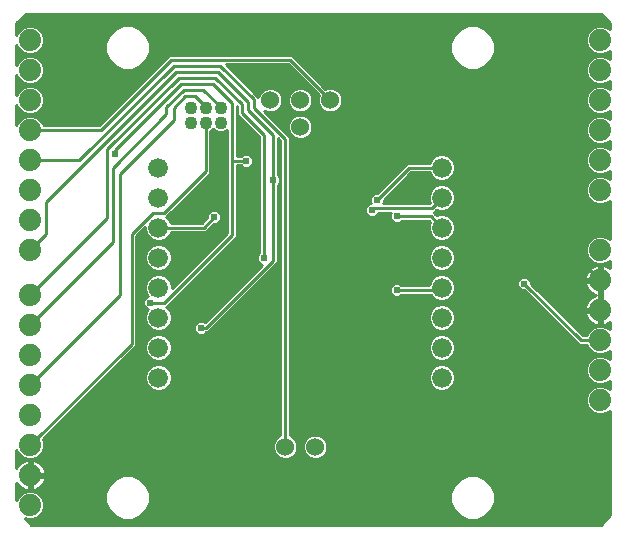
<source format=gbl>
G75*
G70*
%OFA0B0*%
%FSLAX24Y24*%
%IPPOS*%
%LPD*%
%AMOC8*
5,1,8,0,0,1.08239X$1,22.5*
%
%ADD10C,0.0660*%
%ADD11C,0.0433*%
%ADD12C,0.0602*%
%ADD13C,0.0740*%
%ADD14C,0.0100*%
%ADD15C,0.0240*%
D10*
X005776Y005750D03*
X005776Y006750D03*
X005776Y007750D03*
X005776Y008750D03*
X005776Y009750D03*
X005776Y010750D03*
X005776Y011750D03*
X005776Y012750D03*
X015224Y012750D03*
X015224Y011750D03*
X015224Y010750D03*
X015224Y009750D03*
X015224Y008750D03*
X015224Y007750D03*
X015224Y006750D03*
X015224Y005750D03*
D11*
X007848Y014250D03*
X007348Y014250D03*
X006848Y014250D03*
X006848Y014750D03*
X007348Y014750D03*
X007848Y014750D03*
D12*
X009500Y015000D03*
X010500Y015000D03*
X010500Y014105D03*
X011500Y015000D03*
X011000Y003440D03*
X010000Y003440D03*
D13*
X001500Y003500D03*
X001500Y004500D03*
X001500Y005500D03*
X001500Y006500D03*
X001500Y007500D03*
X001500Y008500D03*
X001500Y010000D03*
X001500Y011000D03*
X001500Y012000D03*
X001500Y013000D03*
X001500Y014000D03*
X001500Y015000D03*
X001500Y016000D03*
X001500Y017000D03*
X001500Y002500D03*
X001500Y001500D03*
X020500Y005000D03*
X020500Y006000D03*
X020500Y007000D03*
X020500Y008000D03*
X020500Y009000D03*
X020500Y010000D03*
X020500Y012000D03*
X020500Y013000D03*
X020500Y014000D03*
X020500Y015000D03*
X020500Y016000D03*
X020500Y017000D03*
D14*
X001405Y001020D02*
X001322Y001054D01*
X001544Y000847D01*
X020517Y000847D01*
X020822Y001153D01*
X020822Y004644D01*
X020772Y004593D01*
X020595Y004520D01*
X020405Y004520D01*
X020228Y004593D01*
X020093Y004728D01*
X020020Y004905D01*
X020020Y005095D01*
X020093Y005272D01*
X020228Y005407D01*
X020405Y005480D01*
X020595Y005480D01*
X020772Y005407D01*
X020822Y005356D01*
X020822Y005644D01*
X020772Y005593D01*
X020595Y005520D01*
X020405Y005520D01*
X020228Y005593D01*
X020093Y005728D01*
X020020Y005905D01*
X020020Y006095D01*
X020093Y006272D01*
X020228Y006407D01*
X020405Y006480D01*
X020595Y006480D01*
X020772Y006407D01*
X020822Y006356D01*
X020822Y006644D01*
X020772Y006593D01*
X020595Y006520D01*
X020405Y006520D01*
X020228Y006593D01*
X020093Y006728D01*
X020047Y006840D01*
X019781Y006840D01*
X017967Y008654D01*
X017868Y008654D01*
X017733Y008789D01*
X017733Y008980D01*
X017868Y009114D01*
X018058Y009114D01*
X018193Y008980D01*
X018193Y008881D01*
X019914Y007160D01*
X020047Y007160D01*
X020093Y007272D01*
X020228Y007407D01*
X020405Y007480D01*
X020595Y007480D01*
X020772Y007407D01*
X020822Y007356D01*
X020822Y007592D01*
X020773Y007555D01*
X020700Y007518D01*
X020622Y007493D01*
X020550Y007481D01*
X020550Y007950D01*
X020450Y007950D01*
X020450Y007481D01*
X020378Y007493D01*
X020300Y007518D01*
X020227Y007555D01*
X020161Y007603D01*
X020103Y007661D01*
X020055Y007727D01*
X020018Y007800D01*
X019993Y007878D01*
X019981Y007950D01*
X020450Y007950D01*
X020450Y008050D01*
X020450Y008950D01*
X020550Y008950D01*
X020550Y008481D01*
X020550Y008050D01*
X020450Y008050D01*
X019981Y008050D01*
X019993Y008122D01*
X020018Y008200D01*
X020055Y008273D01*
X020103Y008339D01*
X020161Y008397D01*
X020227Y008445D01*
X020300Y008482D01*
X020356Y008500D01*
X020300Y008518D01*
X020227Y008555D01*
X020161Y008603D01*
X020103Y008661D01*
X020055Y008727D01*
X020018Y008800D01*
X019993Y008878D01*
X019981Y008950D01*
X020450Y008950D01*
X020450Y009050D01*
X020450Y009519D01*
X020378Y009507D01*
X020300Y009482D01*
X020227Y009445D01*
X020161Y009397D01*
X020103Y009339D01*
X020055Y009273D01*
X020018Y009200D01*
X019993Y009122D01*
X019981Y009050D01*
X020450Y009050D01*
X020550Y009050D01*
X020550Y009519D01*
X020622Y009507D01*
X020700Y009482D01*
X020773Y009445D01*
X020822Y009408D01*
X020822Y009644D01*
X020772Y009593D01*
X020595Y009520D01*
X020405Y009520D01*
X020228Y009593D01*
X020093Y009728D01*
X020020Y009905D01*
X020020Y010095D01*
X020093Y010272D01*
X020228Y010407D01*
X020405Y010480D01*
X020595Y010480D01*
X020772Y010407D01*
X020822Y010356D01*
X020822Y011644D01*
X020772Y011593D01*
X020595Y011520D01*
X020405Y011520D01*
X020228Y011593D01*
X020093Y011728D01*
X020020Y011905D01*
X020020Y012095D01*
X020093Y012272D01*
X020228Y012407D01*
X020405Y012480D01*
X020595Y012480D01*
X020772Y012407D01*
X020822Y012356D01*
X020822Y012644D01*
X020772Y012593D01*
X020595Y012520D01*
X020405Y012520D01*
X020228Y012593D01*
X020093Y012728D01*
X020020Y012905D01*
X020020Y013095D01*
X020093Y013272D01*
X020228Y013407D01*
X020405Y013480D01*
X020595Y013480D01*
X020772Y013407D01*
X020822Y013356D01*
X020822Y013644D01*
X020772Y013593D01*
X020595Y013520D01*
X020405Y013520D01*
X020228Y013593D01*
X020093Y013728D01*
X020020Y013905D01*
X020020Y014095D01*
X020093Y014272D01*
X020228Y014407D01*
X020405Y014480D01*
X020595Y014480D01*
X020772Y014407D01*
X020822Y014356D01*
X020822Y014644D01*
X020772Y014593D01*
X020595Y014520D01*
X020405Y014520D01*
X020228Y014593D01*
X020093Y014728D01*
X020020Y014905D01*
X020020Y015095D01*
X020093Y015272D01*
X020228Y015407D01*
X020405Y015480D01*
X020595Y015480D01*
X020772Y015407D01*
X020822Y015356D01*
X020822Y015644D01*
X020772Y015593D01*
X020595Y015520D01*
X020405Y015520D01*
X020228Y015593D01*
X020093Y015728D01*
X020020Y015905D01*
X020020Y016095D01*
X020093Y016272D01*
X020228Y016407D01*
X020405Y016480D01*
X020595Y016480D01*
X020772Y016407D01*
X020822Y016356D01*
X020822Y016644D01*
X020772Y016593D01*
X020595Y016520D01*
X020405Y016520D01*
X020228Y016593D01*
X020093Y016728D01*
X020020Y016905D01*
X020020Y017095D01*
X020093Y017272D01*
X020228Y017407D01*
X020405Y017480D01*
X020595Y017480D01*
X020772Y017407D01*
X020822Y017356D01*
X020822Y017564D01*
X020517Y017870D01*
X001350Y017870D01*
X001044Y017564D01*
X001044Y017153D01*
X001093Y017272D01*
X001228Y017407D01*
X001405Y017480D01*
X001595Y017480D01*
X001772Y017407D01*
X001907Y017272D01*
X001980Y017095D01*
X001980Y016905D01*
X001907Y016728D01*
X001772Y016593D01*
X001595Y016520D01*
X001405Y016520D01*
X001228Y016593D01*
X001093Y016728D01*
X001044Y016847D01*
X001044Y016153D01*
X001093Y016272D01*
X001228Y016407D01*
X001405Y016480D01*
X001595Y016480D01*
X001772Y016407D01*
X001907Y016272D01*
X001980Y016095D01*
X001980Y015905D01*
X001907Y015728D01*
X001772Y015593D01*
X001595Y015520D01*
X001405Y015520D01*
X001228Y015593D01*
X001093Y015728D01*
X001044Y015847D01*
X001044Y015153D01*
X001093Y015272D01*
X001228Y015407D01*
X001405Y015480D01*
X001595Y015480D01*
X001772Y015407D01*
X001907Y015272D01*
X001980Y015095D01*
X001980Y014905D01*
X001907Y014728D01*
X001772Y014593D01*
X001595Y014520D01*
X001405Y014520D01*
X001228Y014593D01*
X001093Y014728D01*
X001044Y014847D01*
X001044Y014153D01*
X001093Y014272D01*
X001228Y014407D01*
X001405Y014480D01*
X001595Y014480D01*
X001772Y014407D01*
X001907Y014272D01*
X001953Y014160D01*
X003787Y014160D01*
X006133Y016506D01*
X010221Y016506D01*
X010314Y016412D01*
X011345Y015381D01*
X011418Y015411D01*
X011582Y015411D01*
X011733Y015349D01*
X011849Y015233D01*
X011911Y015082D01*
X011911Y014918D01*
X011849Y014767D01*
X011733Y014651D01*
X011582Y014589D01*
X011418Y014589D01*
X011267Y014651D01*
X011151Y014767D01*
X011089Y014918D01*
X011089Y015082D01*
X011119Y015155D01*
X010088Y016186D01*
X008029Y016186D01*
X009102Y015113D01*
X009151Y015233D01*
X009267Y015349D01*
X009418Y015411D01*
X009582Y015411D01*
X009733Y015349D01*
X009849Y015233D01*
X009911Y015082D01*
X009911Y014918D01*
X009849Y014767D01*
X009733Y014651D01*
X009582Y014589D01*
X009418Y014589D01*
X009289Y014642D01*
X010160Y013771D01*
X010160Y003819D01*
X010233Y003789D01*
X010349Y003673D01*
X010411Y003522D01*
X010411Y003358D01*
X010349Y003207D01*
X010233Y003091D01*
X010082Y003029D01*
X009918Y003029D01*
X009767Y003091D01*
X009651Y003207D01*
X009589Y003358D01*
X009589Y003522D01*
X009651Y003673D01*
X009767Y003789D01*
X009840Y003819D01*
X009840Y013639D01*
X009754Y013725D01*
X009754Y012495D01*
X009824Y012425D01*
X009824Y012234D01*
X009754Y012164D01*
X009754Y009586D01*
X009660Y009492D01*
X007422Y007253D01*
X007359Y007253D01*
X007289Y007183D01*
X007098Y007183D01*
X006964Y007318D01*
X006964Y007509D01*
X007098Y007643D01*
X007289Y007643D01*
X007324Y007608D01*
X009226Y009510D01*
X009205Y009510D01*
X009071Y009645D01*
X009071Y009836D01*
X009141Y009906D01*
X009141Y013772D01*
X008495Y014418D01*
X008402Y014511D01*
X008402Y014794D01*
X008387Y014808D01*
X008387Y013139D01*
X008536Y013139D01*
X008606Y013209D01*
X008797Y013209D01*
X008931Y013074D01*
X008931Y012883D01*
X008797Y012749D01*
X008606Y012749D01*
X008536Y012819D01*
X008387Y012819D01*
X008387Y010447D01*
X006124Y008184D01*
X006044Y008104D01*
X006149Y007999D01*
X006216Y007838D01*
X006216Y007662D01*
X006149Y007501D01*
X006025Y007377D01*
X005863Y007310D01*
X005688Y007310D01*
X005526Y007377D01*
X005403Y007501D01*
X005336Y007662D01*
X005336Y007838D01*
X005403Y007999D01*
X005423Y008020D01*
X005398Y008020D01*
X005263Y008155D01*
X005263Y008345D01*
X005398Y008480D01*
X005423Y008480D01*
X005403Y008501D01*
X005336Y008662D01*
X005336Y008838D01*
X005403Y008999D01*
X005526Y009123D01*
X005688Y009190D01*
X005863Y009190D01*
X006025Y009123D01*
X006149Y008999D01*
X006216Y008838D01*
X006216Y008728D01*
X008067Y010580D01*
X008067Y014007D01*
X008033Y013973D01*
X007913Y013923D01*
X007783Y013923D01*
X007663Y013973D01*
X007598Y014038D01*
X007533Y013973D01*
X007508Y013963D01*
X007508Y012569D01*
X007415Y012475D01*
X006044Y011104D01*
X006149Y010999D01*
X006186Y010910D01*
X007215Y010910D01*
X007394Y011088D01*
X007394Y011187D01*
X007528Y011322D01*
X007719Y011322D01*
X007854Y011187D01*
X007854Y010997D01*
X007719Y010862D01*
X007620Y010862D01*
X007348Y010590D01*
X006186Y010590D01*
X006149Y010501D01*
X006025Y010377D01*
X005863Y010310D01*
X005688Y010310D01*
X005526Y010377D01*
X005403Y010501D01*
X005336Y010662D01*
X005336Y010776D01*
X005041Y010481D01*
X005041Y006815D01*
X004948Y006721D01*
X001934Y003707D01*
X001980Y003595D01*
X001980Y003405D01*
X001907Y003228D01*
X001772Y003093D01*
X001595Y003020D01*
X001405Y003020D01*
X001228Y003093D01*
X001093Y003228D01*
X001044Y003347D01*
X001044Y002750D01*
X001055Y002773D01*
X001103Y002839D01*
X001161Y002897D01*
X001227Y002945D01*
X001300Y002982D01*
X001378Y003007D01*
X001450Y003019D01*
X001450Y002550D01*
X001550Y002550D01*
X001550Y003019D01*
X001622Y003007D01*
X001700Y002982D01*
X001773Y002945D01*
X001839Y002897D01*
X001897Y002839D01*
X001945Y002773D01*
X001982Y002700D01*
X002007Y002622D01*
X002019Y002550D01*
X001550Y002550D01*
X001550Y002450D01*
X002019Y002450D01*
X002007Y002378D01*
X001982Y002300D01*
X001945Y002227D01*
X001897Y002161D01*
X001839Y002103D01*
X001773Y002055D01*
X001700Y002018D01*
X001622Y001993D01*
X001550Y001981D01*
X001550Y002450D01*
X001450Y002450D01*
X001450Y001981D01*
X001378Y001993D01*
X001300Y002018D01*
X001227Y002055D01*
X001161Y002103D01*
X001103Y002161D01*
X001055Y002227D01*
X001044Y002250D01*
X001044Y001653D01*
X001093Y001772D01*
X001228Y001907D01*
X001405Y001980D01*
X001595Y001980D01*
X001772Y001907D01*
X001907Y001772D01*
X001980Y001595D01*
X001980Y001405D01*
X001907Y001228D01*
X001772Y001093D01*
X001595Y001020D01*
X001405Y001020D01*
X001388Y000993D02*
X020662Y000993D01*
X020761Y001091D02*
X016594Y001091D01*
X016669Y001122D02*
X016878Y001331D01*
X016991Y001603D01*
X016991Y001897D01*
X016878Y002169D01*
X016669Y002378D01*
X016397Y002491D01*
X016103Y002491D01*
X015831Y002378D01*
X015622Y002169D01*
X015509Y001897D01*
X015509Y001603D01*
X015622Y001331D01*
X015831Y001122D01*
X016103Y001009D01*
X016397Y001009D01*
X016669Y001122D01*
X016737Y001190D02*
X020822Y001190D01*
X020822Y001288D02*
X016835Y001288D01*
X016901Y001387D02*
X020822Y001387D01*
X020822Y001485D02*
X016942Y001485D01*
X016983Y001584D02*
X020822Y001584D01*
X020822Y001682D02*
X016991Y001682D01*
X016991Y001781D02*
X020822Y001781D01*
X020822Y001879D02*
X016991Y001879D01*
X016957Y001978D02*
X020822Y001978D01*
X020822Y002076D02*
X016917Y002076D01*
X016873Y002175D02*
X020822Y002175D01*
X020822Y002273D02*
X016774Y002273D01*
X016676Y002372D02*
X020822Y002372D01*
X020822Y002470D02*
X016447Y002470D01*
X016053Y002470D02*
X004947Y002470D01*
X004897Y002491D02*
X004603Y002491D01*
X004331Y002378D01*
X004122Y002169D01*
X004009Y001897D01*
X004009Y001603D01*
X004122Y001331D01*
X004331Y001122D01*
X004603Y001009D01*
X004897Y001009D01*
X005169Y001122D01*
X005378Y001331D01*
X005491Y001603D01*
X005491Y001897D01*
X005378Y002169D01*
X005169Y002378D01*
X004897Y002491D01*
X005176Y002372D02*
X015824Y002372D01*
X015726Y002273D02*
X005274Y002273D01*
X005373Y002175D02*
X015627Y002175D01*
X015583Y002076D02*
X005417Y002076D01*
X005457Y001978D02*
X015543Y001978D01*
X015509Y001879D02*
X005491Y001879D01*
X005491Y001781D02*
X015509Y001781D01*
X015509Y001682D02*
X005491Y001682D01*
X005483Y001584D02*
X015517Y001584D01*
X015558Y001485D02*
X005442Y001485D01*
X005401Y001387D02*
X015599Y001387D01*
X015665Y001288D02*
X005335Y001288D01*
X005237Y001190D02*
X015763Y001190D01*
X015906Y001091D02*
X005094Y001091D01*
X004406Y001091D02*
X001767Y001091D01*
X001868Y001190D02*
X004263Y001190D01*
X004165Y001288D02*
X001932Y001288D01*
X001973Y001387D02*
X004099Y001387D01*
X004058Y001485D02*
X001980Y001485D01*
X001980Y001584D02*
X004017Y001584D01*
X004009Y001682D02*
X001944Y001682D01*
X001898Y001781D02*
X004009Y001781D01*
X004009Y001879D02*
X001800Y001879D01*
X001801Y002076D02*
X004083Y002076D01*
X004043Y001978D02*
X001602Y001978D01*
X001550Y002076D02*
X001450Y002076D01*
X001450Y002175D02*
X001550Y002175D01*
X001550Y002273D02*
X001450Y002273D01*
X001450Y002372D02*
X001550Y002372D01*
X001550Y002470D02*
X004553Y002470D01*
X004324Y002372D02*
X002005Y002372D01*
X001968Y002273D02*
X004226Y002273D01*
X004127Y002175D02*
X001906Y002175D01*
X002016Y002569D02*
X020822Y002569D01*
X020822Y002667D02*
X001992Y002667D01*
X001948Y002766D02*
X020822Y002766D01*
X020822Y002864D02*
X001871Y002864D01*
X001738Y002963D02*
X020822Y002963D01*
X020822Y003061D02*
X011159Y003061D01*
X011233Y003091D02*
X011082Y003029D01*
X010918Y003029D01*
X010767Y003091D01*
X010651Y003207D01*
X010589Y003358D01*
X010589Y003522D01*
X010651Y003673D01*
X010767Y003789D01*
X010918Y003851D01*
X011082Y003851D01*
X011233Y003789D01*
X011349Y003673D01*
X011411Y003522D01*
X011411Y003358D01*
X011349Y003207D01*
X011233Y003091D01*
X011301Y003160D02*
X020822Y003160D01*
X020822Y003258D02*
X011370Y003258D01*
X011410Y003357D02*
X020822Y003357D01*
X020822Y003455D02*
X011411Y003455D01*
X011398Y003554D02*
X020822Y003554D01*
X020822Y003652D02*
X011357Y003652D01*
X011271Y003751D02*
X020822Y003751D01*
X020822Y003849D02*
X011087Y003849D01*
X010913Y003849D02*
X010160Y003849D01*
X010160Y003948D02*
X020822Y003948D01*
X020822Y004046D02*
X010160Y004046D01*
X010160Y004145D02*
X020822Y004145D01*
X020822Y004243D02*
X010160Y004243D01*
X010160Y004342D02*
X020822Y004342D01*
X020822Y004440D02*
X010160Y004440D01*
X010160Y004539D02*
X020360Y004539D01*
X020184Y004637D02*
X010160Y004637D01*
X010160Y004736D02*
X020090Y004736D01*
X020049Y004834D02*
X010160Y004834D01*
X010160Y004933D02*
X020020Y004933D01*
X020020Y005031D02*
X010160Y005031D01*
X010160Y005130D02*
X020034Y005130D01*
X020075Y005228D02*
X010160Y005228D01*
X010160Y005327D02*
X015097Y005327D01*
X015137Y005310D02*
X015312Y005310D01*
X015474Y005377D01*
X015597Y005501D01*
X015664Y005662D01*
X015664Y005838D01*
X015597Y005999D01*
X015474Y006123D01*
X015312Y006190D01*
X015137Y006190D01*
X014975Y006123D01*
X014851Y005999D01*
X014784Y005838D01*
X014784Y005662D01*
X014851Y005501D01*
X014975Y005377D01*
X015137Y005310D01*
X015352Y005327D02*
X020148Y005327D01*
X020272Y005425D02*
X015522Y005425D01*
X015607Y005524D02*
X020396Y005524D01*
X020604Y005524D02*
X020822Y005524D01*
X020822Y005622D02*
X020801Y005622D01*
X020822Y005425D02*
X020728Y005425D01*
X020199Y005622D02*
X015648Y005622D01*
X015664Y005721D02*
X020101Y005721D01*
X020055Y005819D02*
X015664Y005819D01*
X015631Y005918D02*
X020020Y005918D01*
X020020Y006016D02*
X015581Y006016D01*
X015482Y006115D02*
X020028Y006115D01*
X020069Y006213D02*
X010160Y006213D01*
X010160Y006115D02*
X014967Y006115D01*
X014868Y006016D02*
X010160Y006016D01*
X010160Y005918D02*
X014818Y005918D01*
X014784Y005819D02*
X010160Y005819D01*
X010160Y005721D02*
X014784Y005721D01*
X014801Y005622D02*
X010160Y005622D01*
X010160Y005524D02*
X014842Y005524D01*
X014927Y005425D02*
X010160Y005425D01*
X009840Y005425D02*
X006073Y005425D01*
X006025Y005377D02*
X006149Y005501D01*
X006216Y005662D01*
X006216Y005838D01*
X006149Y005999D01*
X006025Y006123D01*
X005863Y006190D01*
X005688Y006190D01*
X005526Y006123D01*
X005403Y005999D01*
X005336Y005838D01*
X005336Y005662D01*
X005403Y005501D01*
X005526Y005377D01*
X005688Y005310D01*
X005863Y005310D01*
X006025Y005377D01*
X005903Y005327D02*
X009840Y005327D01*
X009840Y005228D02*
X003454Y005228D01*
X003356Y005130D02*
X009840Y005130D01*
X009840Y005031D02*
X003257Y005031D01*
X003159Y004933D02*
X009840Y004933D01*
X009840Y004834D02*
X003060Y004834D01*
X002962Y004736D02*
X009840Y004736D01*
X009840Y004637D02*
X002863Y004637D01*
X002765Y004539D02*
X009840Y004539D01*
X009840Y004440D02*
X002666Y004440D01*
X002568Y004342D02*
X009840Y004342D01*
X009840Y004243D02*
X002469Y004243D01*
X002371Y004145D02*
X009840Y004145D01*
X009840Y004046D02*
X002272Y004046D01*
X002174Y003948D02*
X009840Y003948D01*
X009840Y003849D02*
X002075Y003849D01*
X001977Y003751D02*
X009729Y003751D01*
X009643Y003652D02*
X001957Y003652D01*
X001980Y003554D02*
X009602Y003554D01*
X009589Y003455D02*
X001980Y003455D01*
X001960Y003357D02*
X009590Y003357D01*
X009630Y003258D02*
X001919Y003258D01*
X001838Y003160D02*
X009699Y003160D01*
X009841Y003061D02*
X001694Y003061D01*
X001550Y002963D02*
X001450Y002963D01*
X001450Y002864D02*
X001550Y002864D01*
X001550Y002766D02*
X001450Y002766D01*
X001450Y002667D02*
X001550Y002667D01*
X001550Y002569D02*
X001450Y002569D01*
X001129Y002864D02*
X001044Y002864D01*
X001044Y002766D02*
X001052Y002766D01*
X001044Y002963D02*
X001262Y002963D01*
X001306Y003061D02*
X001044Y003061D01*
X001044Y003160D02*
X001162Y003160D01*
X001081Y003258D02*
X001044Y003258D01*
X001500Y003500D02*
X004881Y006881D01*
X004881Y010548D01*
X005584Y011250D01*
X005963Y011250D01*
X007348Y012635D01*
X007348Y014250D01*
X007555Y013995D02*
X007642Y013995D01*
X007508Y013896D02*
X008067Y013896D01*
X008067Y013798D02*
X007508Y013798D01*
X007508Y013699D02*
X008067Y013699D01*
X008067Y013601D02*
X007508Y013601D01*
X007508Y013502D02*
X008067Y013502D01*
X008067Y013404D02*
X007508Y013404D01*
X007508Y013305D02*
X008067Y013305D01*
X008067Y013207D02*
X007508Y013207D01*
X007508Y013108D02*
X008067Y013108D01*
X008067Y013010D02*
X007508Y013010D01*
X007508Y012911D02*
X008067Y012911D01*
X008067Y012813D02*
X007508Y012813D01*
X007508Y012714D02*
X008067Y012714D01*
X008067Y012616D02*
X007508Y012616D01*
X007457Y012517D02*
X008067Y012517D01*
X008067Y012419D02*
X007358Y012419D01*
X007260Y012320D02*
X008067Y012320D01*
X008067Y012222D02*
X007161Y012222D01*
X007063Y012123D02*
X008067Y012123D01*
X008067Y012025D02*
X006964Y012025D01*
X006866Y011926D02*
X008067Y011926D01*
X008067Y011828D02*
X006767Y011828D01*
X006669Y011729D02*
X008067Y011729D01*
X008067Y011631D02*
X006570Y011631D01*
X006472Y011532D02*
X008067Y011532D01*
X008067Y011434D02*
X006373Y011434D01*
X006275Y011335D02*
X008067Y011335D01*
X008067Y011237D02*
X007804Y011237D01*
X007854Y011138D02*
X008067Y011138D01*
X008067Y011040D02*
X007854Y011040D01*
X007798Y010941D02*
X008067Y010941D01*
X008067Y010843D02*
X007600Y010843D01*
X007502Y010744D02*
X008067Y010744D01*
X008067Y010646D02*
X007403Y010646D01*
X007281Y010750D02*
X007624Y011092D01*
X007443Y011237D02*
X006176Y011237D01*
X006078Y011138D02*
X007394Y011138D01*
X007345Y011040D02*
X006108Y011040D01*
X006173Y010941D02*
X007246Y010941D01*
X007281Y010750D02*
X005776Y010750D01*
X006096Y010449D02*
X007936Y010449D01*
X008035Y010547D02*
X006168Y010547D01*
X005960Y010350D02*
X007838Y010350D01*
X007739Y010252D02*
X005041Y010252D01*
X005041Y010350D02*
X005591Y010350D01*
X005455Y010449D02*
X005041Y010449D01*
X005107Y010547D02*
X005383Y010547D01*
X005343Y010646D02*
X005205Y010646D01*
X005304Y010744D02*
X005336Y010744D01*
X005526Y010123D02*
X005688Y010190D01*
X005863Y010190D01*
X006025Y010123D01*
X006149Y009999D01*
X006216Y009838D01*
X006216Y009662D01*
X006149Y009501D01*
X006025Y009377D01*
X005863Y009310D01*
X005688Y009310D01*
X005526Y009377D01*
X005403Y009501D01*
X005336Y009662D01*
X005336Y009838D01*
X005403Y009999D01*
X005526Y010123D01*
X005599Y010153D02*
X005041Y010153D01*
X005041Y010055D02*
X005458Y010055D01*
X005385Y009956D02*
X005041Y009956D01*
X005041Y009858D02*
X005344Y009858D01*
X005336Y009759D02*
X005041Y009759D01*
X005041Y009661D02*
X005336Y009661D01*
X005377Y009562D02*
X005041Y009562D01*
X005041Y009464D02*
X005440Y009464D01*
X005555Y009365D02*
X005041Y009365D01*
X005041Y009267D02*
X006754Y009267D01*
X006853Y009365D02*
X005996Y009365D01*
X006111Y009464D02*
X006951Y009464D01*
X007050Y009562D02*
X006174Y009562D01*
X006215Y009661D02*
X007148Y009661D01*
X007247Y009759D02*
X006216Y009759D01*
X006207Y009858D02*
X007345Y009858D01*
X007444Y009956D02*
X006167Y009956D01*
X006093Y010055D02*
X007542Y010055D01*
X007641Y010153D02*
X005952Y010153D01*
X005916Y009168D02*
X006656Y009168D01*
X006557Y009070D02*
X006078Y009070D01*
X006160Y008971D02*
X006459Y008971D01*
X006360Y008873D02*
X006201Y008873D01*
X006216Y008774D02*
X006262Y008774D01*
X006517Y008577D02*
X008293Y008577D01*
X008391Y008676D02*
X006616Y008676D01*
X006714Y008774D02*
X008490Y008774D01*
X008588Y008873D02*
X006813Y008873D01*
X006911Y008971D02*
X008687Y008971D01*
X008785Y009070D02*
X007010Y009070D01*
X007108Y009168D02*
X008884Y009168D01*
X008982Y009267D02*
X007207Y009267D01*
X007305Y009365D02*
X009081Y009365D01*
X009179Y009464D02*
X007404Y009464D01*
X007502Y009562D02*
X009154Y009562D01*
X009071Y009661D02*
X007601Y009661D01*
X007699Y009759D02*
X009071Y009759D01*
X009092Y009858D02*
X007798Y009858D01*
X007896Y009956D02*
X009141Y009956D01*
X009141Y010055D02*
X007995Y010055D01*
X008093Y010153D02*
X009141Y010153D01*
X009141Y010252D02*
X008192Y010252D01*
X008290Y010350D02*
X009141Y010350D01*
X009141Y010449D02*
X008387Y010449D01*
X008387Y010547D02*
X009141Y010547D01*
X009141Y010646D02*
X008387Y010646D01*
X008387Y010744D02*
X009141Y010744D01*
X009141Y010843D02*
X008387Y010843D01*
X008387Y010941D02*
X009141Y010941D01*
X009141Y011040D02*
X008387Y011040D01*
X008387Y011138D02*
X009141Y011138D01*
X009141Y011237D02*
X008387Y011237D01*
X008387Y011335D02*
X009141Y011335D01*
X009141Y011434D02*
X008387Y011434D01*
X008387Y011532D02*
X009141Y011532D01*
X009141Y011631D02*
X008387Y011631D01*
X008387Y011729D02*
X009141Y011729D01*
X009141Y011828D02*
X008387Y011828D01*
X008387Y011926D02*
X009141Y011926D01*
X009141Y012025D02*
X008387Y012025D01*
X008387Y012123D02*
X009141Y012123D01*
X009141Y012222D02*
X008387Y012222D01*
X008387Y012320D02*
X009141Y012320D01*
X009141Y012419D02*
X008387Y012419D01*
X008387Y012517D02*
X009141Y012517D01*
X009141Y012616D02*
X008387Y012616D01*
X008387Y012714D02*
X009141Y012714D01*
X009141Y012813D02*
X008861Y012813D01*
X008931Y012911D02*
X009141Y012911D01*
X009141Y013010D02*
X008931Y013010D01*
X008897Y013108D02*
X009141Y013108D01*
X009141Y013207D02*
X008799Y013207D01*
X008604Y013207D02*
X008387Y013207D01*
X008387Y013305D02*
X009141Y013305D01*
X009141Y013404D02*
X008387Y013404D01*
X008387Y013502D02*
X009141Y013502D01*
X009141Y013601D02*
X008387Y013601D01*
X008387Y013699D02*
X009141Y013699D01*
X009115Y013798D02*
X008387Y013798D01*
X008387Y013896D02*
X009017Y013896D01*
X008918Y013995D02*
X008387Y013995D01*
X008387Y014093D02*
X008820Y014093D01*
X008721Y014192D02*
X008387Y014192D01*
X008387Y014290D02*
X008623Y014290D01*
X008524Y014389D02*
X008387Y014389D01*
X008387Y014487D02*
X008426Y014487D01*
X008402Y014586D02*
X008387Y014586D01*
X008387Y014684D02*
X008402Y014684D01*
X008402Y014783D02*
X008387Y014783D01*
X008562Y014861D02*
X008562Y014578D01*
X009301Y013839D01*
X009301Y009740D01*
X009594Y009652D02*
X009594Y012329D01*
X009594Y012329D01*
X009594Y013828D01*
X008762Y014660D01*
X008762Y014943D01*
X007760Y015945D01*
X006365Y015945D01*
X002020Y011601D01*
X002020Y010520D01*
X001500Y010000D01*
X001500Y008500D02*
X004061Y011061D01*
X004061Y013359D01*
X006448Y015745D01*
X007677Y015745D01*
X008562Y014861D01*
X008227Y014912D02*
X007594Y015545D01*
X006530Y015545D01*
X004335Y013349D01*
X004335Y013204D01*
X004261Y012749D02*
X006040Y014528D01*
X006040Y014764D01*
X006622Y015345D01*
X007272Y015345D01*
X007848Y014769D01*
X007848Y014750D01*
X008227Y014912D02*
X008227Y012979D01*
X008701Y012979D01*
X008542Y012813D02*
X008387Y012813D01*
X008227Y012979D02*
X008227Y010514D01*
X005964Y008250D01*
X005493Y008250D01*
X005333Y008085D02*
X005041Y008085D01*
X005041Y008183D02*
X005263Y008183D01*
X005263Y008282D02*
X005041Y008282D01*
X005041Y008380D02*
X005298Y008380D01*
X005396Y008479D02*
X005041Y008479D01*
X005041Y008577D02*
X005371Y008577D01*
X005336Y008676D02*
X005041Y008676D01*
X005041Y008774D02*
X005336Y008774D01*
X005350Y008873D02*
X005041Y008873D01*
X005041Y008971D02*
X005391Y008971D01*
X005473Y009070D02*
X005041Y009070D01*
X005041Y009168D02*
X005635Y009168D01*
X006419Y008479D02*
X008194Y008479D01*
X008096Y008380D02*
X006320Y008380D01*
X006222Y008282D02*
X007997Y008282D01*
X007899Y008183D02*
X006123Y008183D01*
X006063Y008085D02*
X007800Y008085D01*
X007702Y007986D02*
X006154Y007986D01*
X006195Y007888D02*
X007603Y007888D01*
X007505Y007789D02*
X006216Y007789D01*
X006216Y007691D02*
X007406Y007691D01*
X007662Y007494D02*
X009840Y007494D01*
X009840Y007592D02*
X007760Y007592D01*
X007859Y007691D02*
X009840Y007691D01*
X009840Y007789D02*
X007957Y007789D01*
X008056Y007888D02*
X009840Y007888D01*
X009840Y007986D02*
X008154Y007986D01*
X008253Y008085D02*
X009840Y008085D01*
X009840Y008183D02*
X008351Y008183D01*
X008450Y008282D02*
X009840Y008282D01*
X009840Y008380D02*
X008548Y008380D01*
X008647Y008479D02*
X009840Y008479D01*
X009840Y008577D02*
X008745Y008577D01*
X008844Y008676D02*
X009840Y008676D01*
X009840Y008774D02*
X008942Y008774D01*
X009041Y008873D02*
X009840Y008873D01*
X009840Y008971D02*
X009139Y008971D01*
X009238Y009070D02*
X009840Y009070D01*
X009840Y009168D02*
X009336Y009168D01*
X009435Y009267D02*
X009840Y009267D01*
X009840Y009365D02*
X009533Y009365D01*
X009632Y009464D02*
X009840Y009464D01*
X009840Y009562D02*
X009730Y009562D01*
X009754Y009661D02*
X009840Y009661D01*
X009840Y009759D02*
X009754Y009759D01*
X009754Y009858D02*
X009840Y009858D01*
X009840Y009956D02*
X009754Y009956D01*
X009754Y010055D02*
X009840Y010055D01*
X009840Y010153D02*
X009754Y010153D01*
X009754Y010252D02*
X009840Y010252D01*
X009840Y010350D02*
X009754Y010350D01*
X009754Y010449D02*
X009840Y010449D01*
X009840Y010547D02*
X009754Y010547D01*
X009754Y010646D02*
X009840Y010646D01*
X009840Y010744D02*
X009754Y010744D01*
X009754Y010843D02*
X009840Y010843D01*
X009840Y010941D02*
X009754Y010941D01*
X009754Y011040D02*
X009840Y011040D01*
X009840Y011138D02*
X009754Y011138D01*
X009754Y011237D02*
X009840Y011237D01*
X009840Y011335D02*
X009754Y011335D01*
X009754Y011434D02*
X009840Y011434D01*
X009840Y011532D02*
X009754Y011532D01*
X009754Y011631D02*
X009840Y011631D01*
X009840Y011729D02*
X009754Y011729D01*
X009754Y011828D02*
X009840Y011828D01*
X009840Y011926D02*
X009754Y011926D01*
X009754Y012025D02*
X009840Y012025D01*
X009840Y012123D02*
X009754Y012123D01*
X009812Y012222D02*
X009840Y012222D01*
X009840Y012320D02*
X009824Y012320D01*
X009824Y012419D02*
X009840Y012419D01*
X009840Y012517D02*
X009754Y012517D01*
X009754Y012616D02*
X009840Y012616D01*
X009840Y012714D02*
X009754Y012714D01*
X009754Y012813D02*
X009840Y012813D01*
X009840Y012911D02*
X009754Y012911D01*
X009754Y013010D02*
X009840Y013010D01*
X009840Y013108D02*
X009754Y013108D01*
X009754Y013207D02*
X009840Y013207D01*
X009840Y013305D02*
X009754Y013305D01*
X009754Y013404D02*
X009840Y013404D01*
X009840Y013502D02*
X009754Y013502D01*
X009754Y013601D02*
X009840Y013601D01*
X009780Y013699D02*
X009754Y013699D01*
X010000Y013705D02*
X008962Y014743D01*
X008962Y015026D01*
X007842Y016146D01*
X006282Y016146D01*
X003136Y013000D01*
X001500Y013000D01*
X001500Y014000D02*
X003853Y014000D01*
X006199Y016346D01*
X010154Y016346D01*
X011500Y015000D01*
X011673Y015374D02*
X020195Y015374D01*
X020096Y015275D02*
X011806Y015275D01*
X011872Y015177D02*
X020054Y015177D01*
X020020Y015078D02*
X011911Y015078D01*
X011911Y014980D02*
X020020Y014980D01*
X020030Y014881D02*
X011896Y014881D01*
X011855Y014783D02*
X020071Y014783D01*
X020137Y014684D02*
X011766Y014684D01*
X011234Y014684D02*
X010766Y014684D01*
X010733Y014651D02*
X010849Y014767D01*
X010911Y014918D01*
X010911Y015082D01*
X010849Y015233D01*
X010733Y015349D01*
X010582Y015411D01*
X010418Y015411D01*
X010267Y015349D01*
X010151Y015233D01*
X010089Y015082D01*
X010089Y014918D01*
X010151Y014767D01*
X010267Y014651D01*
X010418Y014589D01*
X010582Y014589D01*
X010733Y014651D01*
X010855Y014783D02*
X011145Y014783D01*
X011104Y014881D02*
X010896Y014881D01*
X010911Y014980D02*
X011089Y014980D01*
X011089Y015078D02*
X010911Y015078D01*
X010872Y015177D02*
X011097Y015177D01*
X010999Y015275D02*
X010806Y015275D01*
X010900Y015374D02*
X010673Y015374D01*
X010802Y015472D02*
X008742Y015472D01*
X008644Y015571D02*
X010703Y015571D01*
X010605Y015669D02*
X008545Y015669D01*
X008447Y015768D02*
X010506Y015768D01*
X010408Y015866D02*
X008348Y015866D01*
X008250Y015965D02*
X010309Y015965D01*
X010211Y016063D02*
X008151Y016063D01*
X008053Y016162D02*
X010112Y016162D01*
X010368Y016359D02*
X015611Y016359D01*
X015622Y016331D02*
X015831Y016122D01*
X016103Y016009D01*
X016397Y016009D01*
X016669Y016122D01*
X016878Y016331D01*
X016991Y016603D01*
X016991Y016897D01*
X016878Y017169D01*
X016669Y017378D01*
X016397Y017491D01*
X016103Y017491D01*
X015831Y017378D01*
X015622Y017169D01*
X015509Y016897D01*
X015509Y016603D01*
X015622Y016331D01*
X015693Y016260D02*
X010466Y016260D01*
X010565Y016162D02*
X015791Y016162D01*
X015973Y016063D02*
X010663Y016063D01*
X010762Y015965D02*
X020020Y015965D01*
X020020Y016063D02*
X016527Y016063D01*
X016709Y016162D02*
X020047Y016162D01*
X020088Y016260D02*
X016807Y016260D01*
X016889Y016359D02*
X020180Y016359D01*
X020349Y016457D02*
X016930Y016457D01*
X016971Y016556D02*
X020319Y016556D01*
X020167Y016654D02*
X016991Y016654D01*
X016991Y016753D02*
X020083Y016753D01*
X020042Y016851D02*
X016991Y016851D01*
X016969Y016950D02*
X020020Y016950D01*
X020020Y017048D02*
X016928Y017048D01*
X016887Y017147D02*
X020041Y017147D01*
X020082Y017245D02*
X016802Y017245D01*
X016704Y017344D02*
X020165Y017344D01*
X020313Y017442D02*
X016514Y017442D01*
X015986Y017442D02*
X005014Y017442D01*
X004897Y017491D02*
X004603Y017491D01*
X004331Y017378D01*
X004122Y017169D01*
X004009Y016897D01*
X004009Y016603D01*
X004122Y016331D01*
X004331Y016122D01*
X004603Y016009D01*
X004897Y016009D01*
X005169Y016122D01*
X005378Y016331D01*
X005491Y016603D01*
X005491Y016897D01*
X005378Y017169D01*
X005169Y017378D01*
X004897Y017491D01*
X005204Y017344D02*
X015796Y017344D01*
X015698Y017245D02*
X005302Y017245D01*
X005387Y017147D02*
X015613Y017147D01*
X015572Y017048D02*
X005428Y017048D01*
X005469Y016950D02*
X015531Y016950D01*
X015509Y016851D02*
X005491Y016851D01*
X005491Y016753D02*
X015509Y016753D01*
X015509Y016654D02*
X005491Y016654D01*
X005471Y016556D02*
X015529Y016556D01*
X015570Y016457D02*
X010269Y016457D01*
X010860Y015866D02*
X020036Y015866D01*
X020077Y015768D02*
X010959Y015768D01*
X011057Y015669D02*
X020152Y015669D01*
X020283Y015571D02*
X011156Y015571D01*
X011254Y015472D02*
X020385Y015472D01*
X020615Y015472D02*
X020822Y015472D01*
X020822Y015374D02*
X020805Y015374D01*
X020822Y015571D02*
X020717Y015571D01*
X020820Y016359D02*
X020822Y016359D01*
X020822Y016457D02*
X020651Y016457D01*
X020681Y016556D02*
X020822Y016556D01*
X020822Y017442D02*
X020687Y017442D01*
X020822Y017541D02*
X001044Y017541D01*
X001044Y017442D02*
X001313Y017442D01*
X001165Y017344D02*
X001044Y017344D01*
X001044Y017245D02*
X001082Y017245D01*
X001083Y016753D02*
X001044Y016753D01*
X001044Y016654D02*
X001167Y016654D01*
X001044Y016556D02*
X001319Y016556D01*
X001349Y016457D02*
X001044Y016457D01*
X001044Y016359D02*
X001180Y016359D01*
X001088Y016260D02*
X001044Y016260D01*
X001044Y016162D02*
X001047Y016162D01*
X001044Y015768D02*
X001077Y015768D01*
X001044Y015669D02*
X001152Y015669D01*
X001044Y015571D02*
X001283Y015571D01*
X001385Y015472D02*
X001044Y015472D01*
X001044Y015374D02*
X001195Y015374D01*
X001096Y015275D02*
X001044Y015275D01*
X001044Y015177D02*
X001054Y015177D01*
X001044Y014783D02*
X001071Y014783D01*
X001044Y014684D02*
X001137Y014684D01*
X001044Y014586D02*
X001246Y014586D01*
X001210Y014389D02*
X001044Y014389D01*
X001044Y014487D02*
X004114Y014487D01*
X004016Y014389D02*
X001790Y014389D01*
X001889Y014290D02*
X003917Y014290D01*
X003819Y014192D02*
X001940Y014192D01*
X001754Y014586D02*
X004213Y014586D01*
X004311Y014684D02*
X001863Y014684D01*
X001929Y014783D02*
X004410Y014783D01*
X004508Y014881D02*
X001970Y014881D01*
X001980Y014980D02*
X004607Y014980D01*
X004705Y015078D02*
X001980Y015078D01*
X001946Y015177D02*
X004804Y015177D01*
X004902Y015275D02*
X001904Y015275D01*
X001805Y015374D02*
X005001Y015374D01*
X005099Y015472D02*
X001615Y015472D01*
X001717Y015571D02*
X005198Y015571D01*
X005296Y015669D02*
X001848Y015669D01*
X001923Y015768D02*
X005395Y015768D01*
X005493Y015866D02*
X001964Y015866D01*
X001980Y015965D02*
X005592Y015965D01*
X005690Y016063D02*
X005027Y016063D01*
X005209Y016162D02*
X005789Y016162D01*
X005887Y016260D02*
X005307Y016260D01*
X005389Y016359D02*
X005986Y016359D01*
X006084Y016457D02*
X005430Y016457D01*
X004473Y016063D02*
X001980Y016063D01*
X001953Y016162D02*
X004291Y016162D01*
X004193Y016260D02*
X001912Y016260D01*
X001820Y016359D02*
X004111Y016359D01*
X004070Y016457D02*
X001651Y016457D01*
X001681Y016556D02*
X004029Y016556D01*
X004009Y016654D02*
X001833Y016654D01*
X001917Y016753D02*
X004009Y016753D01*
X004009Y016851D02*
X001958Y016851D01*
X001980Y016950D02*
X004031Y016950D01*
X004072Y017048D02*
X001980Y017048D01*
X001959Y017147D02*
X004113Y017147D01*
X004198Y017245D02*
X001918Y017245D01*
X001835Y017344D02*
X004296Y017344D01*
X004486Y017442D02*
X001687Y017442D01*
X001217Y017738D02*
X020649Y017738D01*
X020550Y017836D02*
X001316Y017836D01*
X001119Y017639D02*
X020747Y017639D01*
X020754Y014586D02*
X020822Y014586D01*
X020822Y014487D02*
X010652Y014487D01*
X010582Y014516D02*
X010418Y014516D01*
X010267Y014454D01*
X010151Y014338D01*
X010089Y014187D01*
X010089Y014023D01*
X010151Y013872D01*
X010267Y013756D01*
X010418Y013694D01*
X010582Y013694D01*
X010733Y013756D01*
X010849Y013872D01*
X010911Y014023D01*
X010911Y014187D01*
X010849Y014338D01*
X010733Y014454D01*
X010582Y014516D01*
X010798Y014389D02*
X020210Y014389D01*
X020111Y014290D02*
X010868Y014290D01*
X010909Y014192D02*
X020060Y014192D01*
X020020Y014093D02*
X010911Y014093D01*
X010899Y013995D02*
X020020Y013995D01*
X020024Y013896D02*
X010859Y013896D01*
X010774Y013798D02*
X020064Y013798D01*
X020122Y013699D02*
X010594Y013699D01*
X010406Y013699D02*
X010160Y013699D01*
X010160Y013601D02*
X020221Y013601D01*
X020225Y013404D02*
X010160Y013404D01*
X010160Y013502D02*
X020822Y013502D01*
X020822Y013404D02*
X020775Y013404D01*
X020779Y013601D02*
X020822Y013601D01*
X020126Y013305D02*
X010160Y013305D01*
X010160Y013207D02*
X020066Y013207D01*
X020025Y013108D02*
X015489Y013108D01*
X015474Y013123D02*
X015312Y013190D01*
X015137Y013190D01*
X014975Y013123D01*
X014851Y012999D01*
X014814Y012910D01*
X014060Y012910D01*
X013057Y011906D01*
X012958Y011906D01*
X012823Y011772D01*
X012823Y011581D01*
X012847Y011558D01*
X012812Y011558D01*
X012678Y011423D01*
X012678Y011232D01*
X012812Y011098D01*
X013003Y011098D01*
X013138Y011232D01*
X013138Y011246D01*
X013523Y011246D01*
X013498Y011222D01*
X013498Y011031D01*
X013633Y010897D01*
X013824Y010897D01*
X013894Y010967D01*
X014781Y010967D01*
X014821Y010927D01*
X014784Y010838D01*
X014784Y010662D01*
X014851Y010501D01*
X014975Y010377D01*
X015137Y010310D01*
X015312Y010310D01*
X015474Y010377D01*
X015597Y010501D01*
X015664Y010662D01*
X015664Y010838D01*
X015597Y010999D01*
X015474Y011123D01*
X015312Y011190D01*
X015137Y011190D01*
X015048Y011153D01*
X015008Y011193D01*
X014951Y011250D01*
X015041Y011340D01*
X015048Y011347D01*
X015137Y011310D01*
X015312Y011310D01*
X015474Y011377D01*
X015597Y011501D01*
X015664Y011662D01*
X015664Y011838D01*
X015597Y011999D01*
X015474Y012123D01*
X015312Y012190D01*
X015137Y012190D01*
X014975Y012123D01*
X014851Y011999D01*
X014784Y011838D01*
X014784Y011662D01*
X014821Y011573D01*
X014815Y011566D01*
X013268Y011566D01*
X013283Y011581D01*
X013283Y011680D01*
X014193Y012590D01*
X014814Y012590D01*
X014851Y012501D01*
X014975Y012377D01*
X015137Y012310D01*
X015312Y012310D01*
X015474Y012377D01*
X015597Y012501D01*
X015664Y012662D01*
X015664Y012838D01*
X015597Y012999D01*
X015474Y013123D01*
X015587Y013010D02*
X020020Y013010D01*
X020020Y012911D02*
X015634Y012911D01*
X015664Y012813D02*
X020058Y012813D01*
X020107Y012714D02*
X015664Y012714D01*
X015645Y012616D02*
X020206Y012616D01*
X020256Y012419D02*
X015515Y012419D01*
X015604Y012517D02*
X020822Y012517D01*
X020822Y012419D02*
X020744Y012419D01*
X020794Y012616D02*
X020822Y012616D01*
X020141Y012320D02*
X015336Y012320D01*
X015113Y012320D02*
X013923Y012320D01*
X013825Y012222D02*
X020072Y012222D01*
X020031Y012123D02*
X015474Y012123D01*
X015572Y012025D02*
X020020Y012025D01*
X020020Y011926D02*
X015628Y011926D01*
X015664Y011828D02*
X020052Y011828D01*
X020093Y011729D02*
X015664Y011729D01*
X015651Y011631D02*
X020191Y011631D01*
X020375Y011532D02*
X015610Y011532D01*
X015530Y011434D02*
X020822Y011434D01*
X020822Y011532D02*
X020625Y011532D01*
X020809Y011631D02*
X020822Y011631D01*
X020822Y011335D02*
X015372Y011335D01*
X015437Y011138D02*
X020822Y011138D01*
X020822Y011040D02*
X015557Y011040D01*
X015622Y010941D02*
X020822Y010941D01*
X020822Y010843D02*
X015662Y010843D01*
X015664Y010744D02*
X020822Y010744D01*
X020822Y010646D02*
X015657Y010646D01*
X015617Y010547D02*
X020822Y010547D01*
X020822Y010449D02*
X020671Y010449D01*
X020329Y010449D02*
X015545Y010449D01*
X015409Y010350D02*
X020171Y010350D01*
X020085Y010252D02*
X010160Y010252D01*
X010160Y010350D02*
X015040Y010350D01*
X014904Y010449D02*
X010160Y010449D01*
X010160Y010547D02*
X014832Y010547D01*
X014791Y010646D02*
X010160Y010646D01*
X010160Y010744D02*
X014784Y010744D01*
X014786Y010843D02*
X010160Y010843D01*
X010160Y010941D02*
X013589Y010941D01*
X013498Y011040D02*
X010160Y011040D01*
X010160Y011138D02*
X012772Y011138D01*
X012678Y011237D02*
X010160Y011237D01*
X010160Y011335D02*
X012678Y011335D01*
X012688Y011434D02*
X010160Y011434D01*
X010160Y011532D02*
X012787Y011532D01*
X012823Y011631D02*
X010160Y011631D01*
X010160Y011729D02*
X012823Y011729D01*
X012879Y011828D02*
X010160Y011828D01*
X010160Y011926D02*
X013077Y011926D01*
X013175Y012025D02*
X010160Y012025D01*
X010160Y012123D02*
X013274Y012123D01*
X013372Y012222D02*
X010160Y012222D01*
X010160Y012320D02*
X013471Y012320D01*
X013569Y012419D02*
X010160Y012419D01*
X010160Y012517D02*
X013668Y012517D01*
X013766Y012616D02*
X010160Y012616D01*
X010160Y012714D02*
X013865Y012714D01*
X013963Y012813D02*
X010160Y012813D01*
X010160Y012911D02*
X014815Y012911D01*
X014862Y013010D02*
X010160Y013010D01*
X010160Y013108D02*
X014960Y013108D01*
X015224Y012750D02*
X014127Y012750D01*
X013053Y011676D01*
X013283Y011631D02*
X014798Y011631D01*
X014784Y011729D02*
X013332Y011729D01*
X013431Y011828D02*
X014784Y011828D01*
X014821Y011926D02*
X013529Y011926D01*
X013628Y012025D02*
X014877Y012025D01*
X014975Y012123D02*
X013726Y012123D01*
X014022Y012419D02*
X014934Y012419D01*
X014845Y012517D02*
X014120Y012517D01*
X015224Y011750D02*
X014881Y011406D01*
X012986Y011406D01*
X012908Y011328D01*
X013043Y011138D02*
X013498Y011138D01*
X013513Y011237D02*
X013138Y011237D01*
X013728Y011127D02*
X014848Y011127D01*
X015224Y010750D01*
X014807Y010941D02*
X013868Y010941D01*
X014964Y011237D02*
X020822Y011237D01*
X020044Y010153D02*
X015401Y010153D01*
X015474Y010123D02*
X015312Y010190D01*
X015137Y010190D01*
X014975Y010123D01*
X014851Y009999D01*
X014784Y009838D01*
X014784Y009662D01*
X014851Y009501D01*
X014975Y009377D01*
X015137Y009310D01*
X015312Y009310D01*
X015474Y009377D01*
X015597Y009501D01*
X015664Y009662D01*
X015664Y009838D01*
X015597Y009999D01*
X015474Y010123D01*
X015542Y010055D02*
X020020Y010055D01*
X020020Y009956D02*
X015615Y009956D01*
X015656Y009858D02*
X020039Y009858D01*
X020080Y009759D02*
X015664Y009759D01*
X015664Y009661D02*
X020161Y009661D01*
X020303Y009562D02*
X015623Y009562D01*
X015560Y009464D02*
X020264Y009464D01*
X020130Y009365D02*
X015445Y009365D01*
X015365Y009168D02*
X020008Y009168D01*
X019985Y009070D02*
X018103Y009070D01*
X018193Y008971D02*
X020450Y008971D01*
X020500Y009000D02*
X020500Y008000D01*
X020450Y007986D02*
X019088Y007986D01*
X019186Y007888D02*
X019991Y007888D01*
X020024Y007789D02*
X019285Y007789D01*
X019383Y007691D02*
X020082Y007691D01*
X020177Y007592D02*
X019482Y007592D01*
X019580Y007494D02*
X020376Y007494D01*
X020450Y007494D02*
X020550Y007494D01*
X020624Y007494D02*
X020822Y007494D01*
X020822Y007395D02*
X020784Y007395D01*
X020550Y007592D02*
X020450Y007592D01*
X020450Y007691D02*
X020550Y007691D01*
X020550Y007789D02*
X020450Y007789D01*
X020450Y007888D02*
X020550Y007888D01*
X020550Y008085D02*
X020450Y008085D01*
X020450Y008183D02*
X020550Y008183D01*
X020550Y008282D02*
X020450Y008282D01*
X020450Y008380D02*
X020550Y008380D01*
X020550Y008479D02*
X020450Y008479D01*
X020450Y008577D02*
X020550Y008577D01*
X020550Y008676D02*
X020450Y008676D01*
X020450Y008774D02*
X020550Y008774D01*
X020550Y008873D02*
X020450Y008873D01*
X020500Y009000D02*
X020203Y009297D01*
X017814Y009297D01*
X017823Y009070D02*
X015527Y009070D01*
X015474Y009123D02*
X015597Y008999D01*
X015664Y008838D01*
X015664Y008662D01*
X015597Y008501D01*
X015474Y008377D01*
X015312Y008310D01*
X015137Y008310D01*
X014975Y008377D01*
X014851Y008501D01*
X014849Y008507D01*
X013880Y008507D01*
X013810Y008437D01*
X013620Y008437D01*
X013485Y008572D01*
X013485Y008762D01*
X013620Y008897D01*
X013810Y008897D01*
X013880Y008827D01*
X014784Y008827D01*
X014784Y008838D01*
X014851Y008999D01*
X014975Y009123D01*
X015137Y009190D01*
X015312Y009190D01*
X015474Y009123D01*
X015609Y008971D02*
X017733Y008971D01*
X017733Y008873D02*
X015650Y008873D01*
X015664Y008774D02*
X017748Y008774D01*
X017847Y008676D02*
X015664Y008676D01*
X015629Y008577D02*
X018044Y008577D01*
X018143Y008479D02*
X015575Y008479D01*
X015477Y008380D02*
X018241Y008380D01*
X018340Y008282D02*
X010160Y008282D01*
X010160Y008380D02*
X014972Y008380D01*
X014874Y008479D02*
X013852Y008479D01*
X013715Y008667D02*
X015141Y008667D01*
X015224Y008750D01*
X014922Y009070D02*
X010160Y009070D01*
X010160Y009168D02*
X015084Y009168D01*
X015004Y009365D02*
X010160Y009365D01*
X010160Y009267D02*
X020052Y009267D01*
X020450Y009267D02*
X020550Y009267D01*
X020550Y009365D02*
X020450Y009365D01*
X020450Y009464D02*
X020550Y009464D01*
X020697Y009562D02*
X020822Y009562D01*
X020822Y009464D02*
X020736Y009464D01*
X020550Y009168D02*
X020450Y009168D01*
X020450Y009070D02*
X020550Y009070D01*
X020093Y008676D02*
X018398Y008676D01*
X018300Y008774D02*
X020032Y008774D01*
X019995Y008873D02*
X018201Y008873D01*
X017963Y008884D02*
X019848Y007000D01*
X020500Y007000D01*
X020118Y007297D02*
X019777Y007297D01*
X019679Y007395D02*
X020216Y007395D01*
X020062Y007198D02*
X019876Y007198D01*
X019620Y007001D02*
X015596Y007001D01*
X015597Y006999D02*
X015474Y007123D01*
X015312Y007190D01*
X015137Y007190D01*
X014975Y007123D01*
X014851Y006999D01*
X014784Y006838D01*
X014784Y006662D01*
X014851Y006501D01*
X014975Y006377D01*
X015137Y006310D01*
X015312Y006310D01*
X015474Y006377D01*
X015597Y006501D01*
X015664Y006662D01*
X015664Y006838D01*
X015597Y006999D01*
X015637Y006903D02*
X019719Y006903D01*
X020062Y006804D02*
X015664Y006804D01*
X015664Y006706D02*
X020116Y006706D01*
X020214Y006607D02*
X015641Y006607D01*
X015601Y006509D02*
X020822Y006509D01*
X020822Y006607D02*
X020786Y006607D01*
X020764Y006410D02*
X020822Y006410D01*
X020236Y006410D02*
X015507Y006410D01*
X015316Y006312D02*
X020133Y006312D01*
X019522Y007100D02*
X015497Y007100D01*
X015474Y007377D02*
X015312Y007310D01*
X015137Y007310D01*
X014975Y007377D01*
X014851Y007501D01*
X014784Y007662D01*
X014784Y007838D01*
X014851Y007999D01*
X014975Y008123D01*
X015137Y008190D01*
X015312Y008190D01*
X015474Y008123D01*
X015597Y007999D01*
X015664Y007838D01*
X015664Y007662D01*
X015597Y007501D01*
X015474Y007377D01*
X015492Y007395D02*
X019226Y007395D01*
X019128Y007494D02*
X015590Y007494D01*
X015635Y007592D02*
X019029Y007592D01*
X018931Y007691D02*
X015664Y007691D01*
X015664Y007789D02*
X018832Y007789D01*
X018734Y007888D02*
X015644Y007888D01*
X015603Y007986D02*
X018635Y007986D01*
X018537Y008085D02*
X015512Y008085D01*
X015329Y008183D02*
X018438Y008183D01*
X018694Y008380D02*
X020145Y008380D01*
X020062Y008282D02*
X018792Y008282D01*
X018891Y008183D02*
X020013Y008183D01*
X019987Y008085D02*
X018989Y008085D01*
X018595Y008479D02*
X020294Y008479D01*
X020198Y008577D02*
X018497Y008577D01*
X019325Y007297D02*
X010160Y007297D01*
X010160Y007395D02*
X014957Y007395D01*
X014859Y007494D02*
X010160Y007494D01*
X010160Y007592D02*
X014814Y007592D01*
X014784Y007691D02*
X010160Y007691D01*
X010160Y007789D02*
X014784Y007789D01*
X014805Y007888D02*
X010160Y007888D01*
X010160Y007986D02*
X014846Y007986D01*
X014937Y008085D02*
X010160Y008085D01*
X010160Y008183D02*
X015120Y008183D01*
X014799Y008873D02*
X013834Y008873D01*
X013595Y008873D02*
X010160Y008873D01*
X010160Y008971D02*
X014840Y008971D01*
X014889Y009464D02*
X010160Y009464D01*
X010160Y009562D02*
X014826Y009562D01*
X014785Y009661D02*
X010160Y009661D01*
X010160Y009759D02*
X014784Y009759D01*
X014793Y009858D02*
X010160Y009858D01*
X010160Y009956D02*
X014833Y009956D01*
X014907Y010055D02*
X010160Y010055D01*
X010160Y010153D02*
X015048Y010153D01*
X015036Y011335D02*
X015076Y011335D01*
X013497Y008774D02*
X010160Y008774D01*
X010160Y008676D02*
X013485Y008676D01*
X013485Y008577D02*
X010160Y008577D01*
X010160Y008479D02*
X013578Y008479D01*
X014952Y007100D02*
X010160Y007100D01*
X010160Y007198D02*
X019423Y007198D01*
X020816Y004637D02*
X020822Y004637D01*
X020822Y004539D02*
X020640Y004539D01*
X020564Y000894D02*
X001493Y000894D01*
X001056Y001682D02*
X001044Y001682D01*
X001044Y001781D02*
X001102Y001781D01*
X001044Y001879D02*
X001200Y001879D01*
X001044Y001978D02*
X001398Y001978D01*
X001199Y002076D02*
X001044Y002076D01*
X001044Y002175D02*
X001094Y002175D01*
X003553Y005327D02*
X005648Y005327D01*
X005478Y005425D02*
X003651Y005425D01*
X003750Y005524D02*
X005393Y005524D01*
X005352Y005622D02*
X003848Y005622D01*
X003947Y005721D02*
X005336Y005721D01*
X005336Y005819D02*
X004045Y005819D01*
X004144Y005918D02*
X005369Y005918D01*
X005419Y006016D02*
X004242Y006016D01*
X004341Y006115D02*
X005518Y006115D01*
X005684Y006312D02*
X004538Y006312D01*
X004636Y006410D02*
X005493Y006410D01*
X005526Y006377D02*
X005688Y006310D01*
X005863Y006310D01*
X006025Y006377D01*
X006149Y006501D01*
X006216Y006662D01*
X006216Y006838D01*
X006149Y006999D01*
X006025Y007123D01*
X005863Y007190D01*
X005688Y007190D01*
X005526Y007123D01*
X005403Y006999D01*
X005336Y006838D01*
X005336Y006662D01*
X005403Y006501D01*
X005526Y006377D01*
X005399Y006509D02*
X004735Y006509D01*
X004833Y006607D02*
X005359Y006607D01*
X005336Y006706D02*
X004932Y006706D01*
X005030Y006804D02*
X005336Y006804D01*
X005363Y006903D02*
X005041Y006903D01*
X005041Y007001D02*
X005404Y007001D01*
X005503Y007100D02*
X005041Y007100D01*
X005041Y007198D02*
X007084Y007198D01*
X006985Y007297D02*
X005041Y007297D01*
X005041Y007395D02*
X005508Y007395D01*
X005410Y007494D02*
X005041Y007494D01*
X005041Y007592D02*
X005365Y007592D01*
X005336Y007691D02*
X005041Y007691D01*
X005041Y007789D02*
X005336Y007789D01*
X005356Y007888D02*
X005041Y007888D01*
X005041Y007986D02*
X005397Y007986D01*
X006043Y007395D02*
X006964Y007395D01*
X006964Y007494D02*
X006141Y007494D01*
X006186Y007592D02*
X007047Y007592D01*
X007194Y007413D02*
X007355Y007413D01*
X009594Y009652D01*
X009840Y007395D02*
X007563Y007395D01*
X007465Y007297D02*
X009840Y007297D01*
X009840Y007198D02*
X007303Y007198D01*
X006189Y006903D02*
X009840Y006903D01*
X009840Y007001D02*
X006147Y007001D01*
X006048Y007100D02*
X009840Y007100D01*
X009840Y006804D02*
X006216Y006804D01*
X006216Y006706D02*
X009840Y006706D01*
X009840Y006607D02*
X006193Y006607D01*
X006152Y006509D02*
X009840Y006509D01*
X009840Y006410D02*
X006058Y006410D01*
X005867Y006312D02*
X009840Y006312D01*
X009840Y006213D02*
X004439Y006213D01*
X006033Y006115D02*
X009840Y006115D01*
X009840Y006016D02*
X006132Y006016D01*
X006182Y005918D02*
X009840Y005918D01*
X009840Y005819D02*
X006216Y005819D01*
X006216Y005721D02*
X009840Y005721D01*
X009840Y005622D02*
X006199Y005622D01*
X006158Y005524D02*
X009840Y005524D01*
X010160Y006312D02*
X015133Y006312D01*
X014942Y006410D02*
X010160Y006410D01*
X010160Y006509D02*
X014848Y006509D01*
X014807Y006607D02*
X010160Y006607D01*
X010160Y006706D02*
X014784Y006706D01*
X014784Y006804D02*
X010160Y006804D01*
X010160Y006903D02*
X014811Y006903D01*
X014853Y007001D02*
X010160Y007001D01*
X010271Y003751D02*
X010729Y003751D01*
X010643Y003652D02*
X010357Y003652D01*
X010398Y003554D02*
X010602Y003554D01*
X010589Y003455D02*
X010411Y003455D01*
X010410Y003357D02*
X010590Y003357D01*
X010630Y003258D02*
X010370Y003258D01*
X010301Y003160D02*
X010699Y003160D01*
X010841Y003061D02*
X010159Y003061D01*
X010000Y003440D02*
X010000Y013705D01*
X010134Y013798D02*
X010226Y013798D01*
X010141Y013896D02*
X010035Y013896D01*
X010101Y013995D02*
X009937Y013995D01*
X009838Y014093D02*
X010089Y014093D01*
X010091Y014192D02*
X009740Y014192D01*
X009641Y014290D02*
X010132Y014290D01*
X010202Y014389D02*
X009543Y014389D01*
X009444Y014487D02*
X010348Y014487D01*
X010234Y014684D02*
X009766Y014684D01*
X009855Y014783D02*
X010145Y014783D01*
X010104Y014881D02*
X009896Y014881D01*
X009911Y014980D02*
X010089Y014980D01*
X010089Y015078D02*
X009911Y015078D01*
X009872Y015177D02*
X010128Y015177D01*
X010194Y015275D02*
X009806Y015275D01*
X009673Y015374D02*
X010327Y015374D01*
X009327Y015374D02*
X008841Y015374D01*
X008939Y015275D02*
X009194Y015275D01*
X009128Y015177D02*
X009038Y015177D01*
X009346Y014586D02*
X020246Y014586D01*
X020790Y014389D02*
X020822Y014389D01*
X008067Y013995D02*
X008055Y013995D01*
X007348Y014750D02*
X007348Y014779D01*
X007009Y015119D01*
X006678Y015119D01*
X006290Y014731D01*
X006290Y014319D01*
X004500Y012529D01*
X004500Y008500D01*
X001500Y005500D01*
X001500Y007500D02*
X004261Y010261D01*
X004261Y012749D01*
X001111Y014290D02*
X001044Y014290D01*
X001044Y014192D02*
X001060Y014192D01*
D15*
X004335Y013204D03*
X007624Y011092D03*
X009301Y009740D03*
X007194Y007413D03*
X005493Y008250D03*
X009594Y012329D03*
X008701Y012979D03*
X012908Y011328D03*
X013053Y011676D03*
X013728Y011127D03*
X013715Y008667D03*
X017814Y009297D03*
X017963Y008884D03*
M02*

</source>
